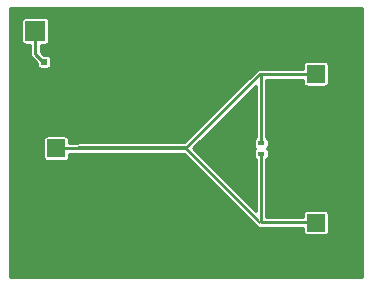
<source format=gtl>
G04 #@! TF.GenerationSoftware,KiCad,Pcbnew,(5.0.1)-4*
G04 #@! TF.CreationDate,2019-05-20T17:02:09-07:00*
G04 #@! TF.ProjectId,Fanout_circuit,46616E6F75745F636972637569742E6B,rev?*
G04 #@! TF.SameCoordinates,Original*
G04 #@! TF.FileFunction,Copper,L1,Top,Signal*
G04 #@! TF.FilePolarity,Positive*
%FSLAX46Y46*%
G04 Gerber Fmt 4.6, Leading zero omitted, Abs format (unit mm)*
G04 Created by KiCad (PCBNEW (5.0.1)-4) date 5/20/2019 5:02:09 PM*
%MOMM*%
%LPD*%
G01*
G04 APERTURE LIST*
G04 #@! TA.AperFunction,SMDPad,CuDef*
%ADD10C,0.300000*%
G04 #@! TD*
G04 #@! TA.AperFunction,Conductor*
%ADD11C,0.200000*%
G04 #@! TD*
G04 #@! TA.AperFunction,SMDPad,CuDef*
%ADD12R,0.300000X0.290000*%
G04 #@! TD*
G04 #@! TA.AperFunction,SMDPad,CuDef*
%ADD13R,0.300000X0.345000*%
G04 #@! TD*
G04 #@! TA.AperFunction,ComponentPad*
%ADD14O,1.700000X1.700000*%
G04 #@! TD*
G04 #@! TA.AperFunction,ComponentPad*
%ADD15R,1.700000X1.700000*%
G04 #@! TD*
G04 #@! TA.AperFunction,SMDPad,CuDef*
%ADD16R,1.900000X1.900000*%
G04 #@! TD*
G04 #@! TA.AperFunction,SMDPad,CuDef*
%ADD17R,1.500000X1.500000*%
G04 #@! TD*
G04 #@! TA.AperFunction,SMDPad,CuDef*
%ADD18R,0.600000X0.400000*%
G04 #@! TD*
G04 #@! TA.AperFunction,SMDPad,CuDef*
%ADD19R,0.600000X0.500000*%
G04 #@! TD*
G04 #@! TA.AperFunction,ViaPad*
%ADD20C,0.800000*%
G04 #@! TD*
G04 #@! TA.AperFunction,Conductor*
%ADD21C,0.267000*%
G04 #@! TD*
G04 #@! TA.AperFunction,Conductor*
%ADD22C,0.254000*%
G04 #@! TD*
G04 APERTURE END LIST*
D10*
G04 #@! TO.P,J1,1*
G04 #@! TO.N,/LO*
X130000000Y-84000000D03*
D11*
G04 #@! TD*
G04 #@! TO.N,/LO*
G04 #@! TO.C,J1*
G36*
X136240000Y-77880000D02*
X130150000Y-83994979D01*
X130150000Y-84005021D01*
X136240000Y-90120000D01*
X136240000Y-90410000D01*
X130000000Y-84172500D01*
X121180000Y-84172500D01*
X121180000Y-83827500D01*
X130000000Y-83827500D01*
X136240000Y-77590000D01*
X136240000Y-77880000D01*
X136240000Y-77880000D01*
G37*
D12*
G04 #@! TO.P,J1,1*
G04 #@! TO.N,/LO*
X136390000Y-77735000D03*
X136390000Y-90265000D03*
D13*
X121050000Y-84000000D03*
G04 #@! TD*
D14*
G04 #@! TO.P,J3,2*
G04 #@! TO.N,GND*
X119790000Y-74050000D03*
D15*
G04 #@! TO.P,J3,1*
G04 #@! TO.N,+5V*
X117250000Y-74050000D03*
G04 #@! TD*
D16*
G04 #@! TO.P,CON2,2*
G04 #@! TO.N,GND*
X143375000Y-87925000D03*
X143375000Y-92675000D03*
X138625000Y-92675000D03*
X138625000Y-87925000D03*
D17*
G04 #@! TO.P,CON2,1*
G04 #@! TO.N,/LO*
X141000000Y-90300000D03*
G04 #@! TD*
D16*
G04 #@! TO.P,CON1,2*
G04 #@! TO.N,GND*
X121375000Y-81625000D03*
X121375000Y-86375000D03*
X116625000Y-86375000D03*
X116625000Y-81625000D03*
D17*
G04 #@! TO.P,CON1,1*
G04 #@! TO.N,/LO*
X119000000Y-84000000D03*
G04 #@! TD*
G04 #@! TO.P,CON3,1*
G04 #@! TO.N,/LO*
X141000000Y-77700000D03*
D16*
G04 #@! TO.P,CON3,2*
G04 #@! TO.N,GND*
X138625000Y-75325000D03*
X138625000Y-80075000D03*
X143375000Y-80075000D03*
X143375000Y-75325000D03*
G04 #@! TD*
D18*
G04 #@! TO.P,R1,2*
G04 #@! TO.N,/LO*
X136350000Y-83550000D03*
G04 #@! TO.P,R1,1*
X136350000Y-84450000D03*
G04 #@! TD*
D19*
G04 #@! TO.P,C1,2*
G04 #@! TO.N,GND*
X118975000Y-76675000D03*
G04 #@! TO.P,C1,1*
G04 #@! TO.N,+5V*
X117975000Y-76675000D03*
G04 #@! TD*
D20*
G04 #@! TO.N,GND*
X140950000Y-87950000D03*
X143375000Y-90125000D03*
X141025000Y-92625000D03*
X136550000Y-91525000D03*
X134925000Y-90725000D03*
X133975000Y-89675000D03*
X132925000Y-88650000D03*
X131925000Y-87625000D03*
X130775000Y-86475000D03*
X129750000Y-85350000D03*
X128400000Y-85175000D03*
X126825000Y-85175000D03*
X125275000Y-85150000D03*
X123800000Y-85150000D03*
X123300000Y-86400000D03*
X123250000Y-81625000D03*
X123775000Y-82750000D03*
X125250000Y-82800000D03*
X126800000Y-82825000D03*
X128300000Y-82825000D03*
X129650000Y-82800000D03*
X130775000Y-81675000D03*
X131625000Y-80775000D03*
X132575000Y-79825000D03*
X133550000Y-78850000D03*
X134550000Y-77900000D03*
X135500000Y-76875000D03*
X136825000Y-76625000D03*
X140975000Y-75400000D03*
X143350000Y-77825000D03*
X141000000Y-80050000D03*
X137200000Y-78650000D03*
X135450000Y-80100000D03*
X134400000Y-81200000D03*
X133275000Y-82325000D03*
X131650000Y-83975000D03*
X132850000Y-85200000D03*
X134075000Y-86450000D03*
X135450000Y-87950000D03*
X134775000Y-83900000D03*
X135325000Y-82225000D03*
X135225000Y-85525000D03*
X137150000Y-89425000D03*
X138625000Y-85300000D03*
X138625000Y-82625000D03*
X141000000Y-82525000D03*
X143250000Y-82575000D03*
X141000000Y-85300000D03*
X143300000Y-85350000D03*
X118975000Y-81725000D03*
X116575000Y-84125000D03*
X119025000Y-86325000D03*
X116600000Y-88500000D03*
X119175000Y-88525000D03*
X121425000Y-88450000D03*
X124500000Y-88500000D03*
X127950000Y-88500000D03*
X130675000Y-88525000D03*
X130825000Y-90875000D03*
X127750000Y-90725000D03*
X124575000Y-90675000D03*
X121475000Y-90850000D03*
X118850000Y-90650000D03*
X116575000Y-90675000D03*
X116550000Y-93350000D03*
X119025000Y-93325000D03*
X122025000Y-93325000D03*
X125250000Y-93325000D03*
X128175000Y-93250000D03*
X131350000Y-93325000D03*
X134875000Y-93325000D03*
X116575000Y-79375000D03*
X118975000Y-79425000D03*
X121625000Y-79475000D03*
X121600000Y-77300000D03*
X124850000Y-77300000D03*
X124925000Y-80300000D03*
X129150000Y-80425000D03*
X129050000Y-77475000D03*
X132225000Y-77675000D03*
X138575000Y-73100000D03*
X140975000Y-73075000D03*
X143350000Y-73075000D03*
X135600000Y-73125000D03*
X122650000Y-73250000D03*
G04 #@! TD*
D21*
G04 #@! TO.N,GND*
X138625000Y-87925000D02*
X140925000Y-87925000D01*
X140925000Y-87925000D02*
X140950000Y-87950000D01*
X140975000Y-87925000D02*
X140950000Y-87950000D01*
X143375000Y-87925000D02*
X140975000Y-87925000D01*
X143375000Y-87925000D02*
X143375000Y-90125000D01*
X143375000Y-92675000D02*
X143375000Y-90125000D01*
X143375000Y-92675000D02*
X141075000Y-92675000D01*
X141075000Y-92675000D02*
X141025000Y-92625000D01*
X140975000Y-92675000D02*
X141025000Y-92625000D01*
X138625000Y-92675000D02*
X140975000Y-92675000D01*
X136550000Y-91817000D02*
X136550000Y-91525000D01*
X138625000Y-92675000D02*
X137408000Y-92675000D01*
X137408000Y-92675000D02*
X136550000Y-91817000D01*
X134925000Y-90725000D02*
X134925000Y-90625000D01*
X134925000Y-90625000D02*
X133975000Y-89675000D01*
X132925000Y-88650000D02*
X132925000Y-88625000D01*
X132925000Y-88625000D02*
X131925000Y-87625000D01*
X130775000Y-86475000D02*
X130775000Y-86375000D01*
X130775000Y-86375000D02*
X129750000Y-85350000D01*
X128400000Y-85175000D02*
X126825000Y-85175000D01*
X125275000Y-85150000D02*
X123800000Y-85150000D01*
X121375000Y-86375000D02*
X123275000Y-86375000D01*
X123275000Y-86375000D02*
X123300000Y-86400000D01*
X121375000Y-81625000D02*
X123250000Y-81625000D01*
X123775000Y-82750000D02*
X125200000Y-82750000D01*
X125200000Y-82750000D02*
X125250000Y-82800000D01*
X126800000Y-82825000D02*
X128300000Y-82825000D01*
X129650000Y-82800000D02*
X130775000Y-81675000D01*
X131625000Y-80775000D02*
X132575000Y-79825000D01*
X133550000Y-78850000D02*
X133600000Y-78850000D01*
X133600000Y-78850000D02*
X134550000Y-77900000D01*
X135500000Y-76875000D02*
X136575000Y-76875000D01*
X136575000Y-76875000D02*
X136825000Y-76625000D01*
X137390685Y-76625000D02*
X136825000Y-76625000D01*
X138542000Y-76625000D02*
X137390685Y-76625000D01*
X138625000Y-76542000D02*
X138542000Y-76625000D01*
X138625000Y-75325000D02*
X138625000Y-76542000D01*
X138625000Y-75325000D02*
X140900000Y-75325000D01*
X140900000Y-75325000D02*
X140975000Y-75400000D01*
X141050000Y-75325000D02*
X140975000Y-75400000D01*
X143375000Y-75325000D02*
X141050000Y-75325000D01*
X143375000Y-80075000D02*
X143375000Y-77850000D01*
X143375000Y-77850000D02*
X143350000Y-77825000D01*
X143375000Y-77800000D02*
X143350000Y-77825000D01*
X143375000Y-75325000D02*
X143375000Y-77800000D01*
X143375000Y-80075000D02*
X141025000Y-80075000D01*
X141025000Y-80075000D02*
X141000000Y-80050000D01*
X140975000Y-80075000D02*
X141000000Y-80050000D01*
X138625000Y-80075000D02*
X140975000Y-80075000D01*
X138417000Y-78650000D02*
X137200000Y-78650000D01*
X138625000Y-80075000D02*
X138625000Y-78858000D01*
X138625000Y-78858000D02*
X138417000Y-78650000D01*
X135450000Y-80100000D02*
X135450000Y-80150000D01*
X135450000Y-80150000D02*
X134400000Y-81200000D01*
X133275000Y-82325000D02*
X133275000Y-82350000D01*
X133275000Y-82350000D02*
X131650000Y-83975000D01*
X132850000Y-85200000D02*
X132850000Y-85225000D01*
X132850000Y-85225000D02*
X134075000Y-86450000D01*
X131650000Y-83975000D02*
X134700000Y-83975000D01*
X134700000Y-83975000D02*
X134775000Y-83900000D01*
X134775000Y-83900000D02*
X134775000Y-85075000D01*
X134775000Y-85075000D02*
X135225000Y-85525000D01*
X138342000Y-89425000D02*
X137150000Y-89425000D01*
X138625000Y-87925000D02*
X138625000Y-89142000D01*
X138625000Y-89142000D02*
X138342000Y-89425000D01*
X138625000Y-87925000D02*
X138625000Y-85300000D01*
X138625000Y-82625000D02*
X138625000Y-80075000D01*
X138625000Y-82625000D02*
X140900000Y-82625000D01*
X140900000Y-82625000D02*
X141000000Y-82525000D01*
X138625000Y-85300000D02*
X141000000Y-85300000D01*
X121375000Y-81625000D02*
X119075000Y-81625000D01*
X119075000Y-81625000D02*
X118975000Y-81725000D01*
X118875000Y-81625000D02*
X118975000Y-81725000D01*
X116625000Y-81625000D02*
X118875000Y-81625000D01*
X116625000Y-86375000D02*
X116625000Y-84175000D01*
X116625000Y-84175000D02*
X116575000Y-84125000D01*
X116625000Y-84075000D02*
X116575000Y-84125000D01*
X116625000Y-81625000D02*
X116625000Y-84075000D01*
X116625000Y-86375000D02*
X118975000Y-86375000D01*
X118975000Y-86375000D02*
X119025000Y-86325000D01*
X119075000Y-86375000D02*
X119025000Y-86325000D01*
X121375000Y-86375000D02*
X119075000Y-86375000D01*
X116625000Y-86375000D02*
X116625000Y-88475000D01*
X116625000Y-88475000D02*
X116600000Y-88500000D01*
X119175000Y-88525000D02*
X121350000Y-88525000D01*
X121350000Y-88525000D02*
X121425000Y-88450000D01*
X124500000Y-88500000D02*
X127950000Y-88500000D01*
X130675000Y-88525000D02*
X130675000Y-90725000D01*
X130675000Y-90725000D02*
X130825000Y-90875000D01*
X127750000Y-90725000D02*
X124625000Y-90725000D01*
X124625000Y-90725000D02*
X124575000Y-90675000D01*
X121475000Y-90850000D02*
X119050000Y-90850000D01*
X119050000Y-90850000D02*
X118850000Y-90650000D01*
X116575000Y-90675000D02*
X116575000Y-93325000D01*
X116575000Y-93325000D02*
X116550000Y-93350000D01*
X119025000Y-93325000D02*
X122025000Y-93325000D01*
X125250000Y-93325000D02*
X128100000Y-93325000D01*
X128100000Y-93325000D02*
X128175000Y-93250000D01*
X131350000Y-93325000D02*
X134875000Y-93325000D01*
X116625000Y-81625000D02*
X116625000Y-79425000D01*
X116625000Y-79425000D02*
X116575000Y-79375000D01*
X118975000Y-79425000D02*
X121575000Y-79425000D01*
X121575000Y-79425000D02*
X121625000Y-79475000D01*
X121600000Y-77300000D02*
X124850000Y-77300000D01*
X124925000Y-80300000D02*
X129025000Y-80300000D01*
X129025000Y-80300000D02*
X129150000Y-80425000D01*
X119865000Y-74125000D02*
X119790000Y-74050000D01*
X129050000Y-77475000D02*
X132025000Y-77475000D01*
X132025000Y-77475000D02*
X132225000Y-77675000D01*
X138625000Y-75325000D02*
X138625000Y-73150000D01*
X138625000Y-73150000D02*
X138575000Y-73100000D01*
X140975000Y-73075000D02*
X143350000Y-73075000D01*
X119790000Y-74050000D02*
X121850000Y-74050000D01*
X121850000Y-74050000D02*
X122650000Y-73250000D01*
X119790000Y-75252081D02*
X119790000Y-74050000D01*
X119790000Y-76427000D02*
X119790000Y-75252081D01*
X119542000Y-76675000D02*
X119790000Y-76427000D01*
X118975000Y-76675000D02*
X119542000Y-76675000D01*
G04 #@! TO.N,/LO*
X119000000Y-84000000D02*
X121050000Y-84000000D01*
X140965000Y-90265000D02*
X141000000Y-90300000D01*
X136390000Y-90265000D02*
X140965000Y-90265000D01*
X140965000Y-77735000D02*
X141000000Y-77700000D01*
X136390000Y-77735000D02*
X140965000Y-77735000D01*
X136350000Y-77775000D02*
X136390000Y-77735000D01*
X136350000Y-83550000D02*
X136350000Y-77775000D01*
X136350000Y-90225000D02*
X136390000Y-90265000D01*
X136350000Y-84450000D02*
X136350000Y-90225000D01*
G04 #@! TO.N,+5V*
X117250000Y-75167000D02*
X117250000Y-74050000D01*
X117250000Y-76000000D02*
X117250000Y-75167000D01*
X117925000Y-76675000D02*
X117250000Y-76000000D01*
X117975000Y-76675000D02*
X117925000Y-76675000D01*
G04 #@! TD*
D22*
G04 #@! TO.N,GND*
G36*
X144873000Y-94873000D02*
X115127000Y-94873000D01*
X115127000Y-83250000D01*
X117916594Y-83250000D01*
X117916594Y-84750000D01*
X117941973Y-84877589D01*
X118014246Y-84985754D01*
X118122411Y-85058027D01*
X118250000Y-85083406D01*
X119750000Y-85083406D01*
X119877589Y-85058027D01*
X119985754Y-84985754D01*
X120058027Y-84877589D01*
X120083406Y-84750000D01*
X120083406Y-84460500D01*
X120742438Y-84460500D01*
X120772411Y-84480527D01*
X120900000Y-84505906D01*
X129861938Y-84505906D01*
X136004244Y-90645751D01*
X136004246Y-90645754D01*
X136004249Y-90645756D01*
X136004294Y-90645801D01*
X136112411Y-90718027D01*
X136240000Y-90743406D01*
X136540000Y-90743406D01*
X136630020Y-90725500D01*
X139916594Y-90725500D01*
X139916594Y-91050000D01*
X139941973Y-91177589D01*
X140014246Y-91285754D01*
X140122411Y-91358027D01*
X140250000Y-91383406D01*
X141750000Y-91383406D01*
X141877589Y-91358027D01*
X141985754Y-91285754D01*
X142058027Y-91177589D01*
X142083406Y-91050000D01*
X142083406Y-89550000D01*
X142058027Y-89422411D01*
X141985754Y-89314246D01*
X141877589Y-89241973D01*
X141750000Y-89216594D01*
X140250000Y-89216594D01*
X140122411Y-89241973D01*
X140014246Y-89314246D01*
X139941973Y-89422411D01*
X139916594Y-89550000D01*
X139916594Y-89804500D01*
X136810500Y-89804500D01*
X136810500Y-84936037D01*
X136885754Y-84885754D01*
X136958027Y-84777589D01*
X136983406Y-84650000D01*
X136983406Y-84250000D01*
X136958027Y-84122411D01*
X136885754Y-84014246D01*
X136864433Y-84000000D01*
X136885754Y-83985754D01*
X136958027Y-83877589D01*
X136983406Y-83750000D01*
X136983406Y-83350000D01*
X136958027Y-83222411D01*
X136885754Y-83114246D01*
X136810500Y-83063963D01*
X136810500Y-78195500D01*
X139916594Y-78195500D01*
X139916594Y-78450000D01*
X139941973Y-78577589D01*
X140014246Y-78685754D01*
X140122411Y-78758027D01*
X140250000Y-78783406D01*
X141750000Y-78783406D01*
X141877589Y-78758027D01*
X141985754Y-78685754D01*
X142058027Y-78577589D01*
X142083406Y-78450000D01*
X142083406Y-76950000D01*
X142058027Y-76822411D01*
X141985754Y-76714246D01*
X141877589Y-76641973D01*
X141750000Y-76616594D01*
X140250000Y-76616594D01*
X140122411Y-76641973D01*
X140014246Y-76714246D01*
X139941973Y-76822411D01*
X139916594Y-76950000D01*
X139916594Y-77274500D01*
X136630020Y-77274500D01*
X136540000Y-77256594D01*
X136240000Y-77256594D01*
X136177074Y-77269111D01*
X136112473Y-77281947D01*
X136112444Y-77281966D01*
X136112411Y-77281973D01*
X136057494Y-77318667D01*
X136004294Y-77354199D01*
X136004249Y-77354244D01*
X136004246Y-77354246D01*
X136004244Y-77354249D01*
X129861938Y-83494094D01*
X120900000Y-83494094D01*
X120772411Y-83519473D01*
X120742438Y-83539500D01*
X120083406Y-83539500D01*
X120083406Y-83250000D01*
X120058027Y-83122411D01*
X119985754Y-83014246D01*
X119877589Y-82941973D01*
X119750000Y-82916594D01*
X118250000Y-82916594D01*
X118122411Y-82941973D01*
X118014246Y-83014246D01*
X117941973Y-83122411D01*
X117916594Y-83250000D01*
X115127000Y-83250000D01*
X115127000Y-73200000D01*
X116066594Y-73200000D01*
X116066594Y-74900000D01*
X116091973Y-75027589D01*
X116164246Y-75135754D01*
X116272411Y-75208027D01*
X116400000Y-75233406D01*
X116789501Y-75233406D01*
X116789500Y-75954652D01*
X116780480Y-76000000D01*
X116789500Y-76045348D01*
X116789500Y-76045351D01*
X116816219Y-76179677D01*
X116917999Y-76332001D01*
X116956448Y-76357692D01*
X117341594Y-76742839D01*
X117341594Y-76925000D01*
X117366973Y-77052589D01*
X117439246Y-77160754D01*
X117547411Y-77233027D01*
X117675000Y-77258406D01*
X118275000Y-77258406D01*
X118402589Y-77233027D01*
X118510754Y-77160754D01*
X118583027Y-77052589D01*
X118608406Y-76925000D01*
X118608406Y-76425000D01*
X118583027Y-76297411D01*
X118510754Y-76189246D01*
X118402589Y-76116973D01*
X118275000Y-76091594D01*
X117992839Y-76091594D01*
X117710500Y-75809256D01*
X117710500Y-75233406D01*
X118100000Y-75233406D01*
X118227589Y-75208027D01*
X118335754Y-75135754D01*
X118408027Y-75027589D01*
X118433406Y-74900000D01*
X118433406Y-73200000D01*
X118408027Y-73072411D01*
X118335754Y-72964246D01*
X118227589Y-72891973D01*
X118100000Y-72866594D01*
X116400000Y-72866594D01*
X116272411Y-72891973D01*
X116164246Y-72964246D01*
X116091973Y-73072411D01*
X116066594Y-73200000D01*
X115127000Y-73200000D01*
X115127000Y-72127000D01*
X144873000Y-72127000D01*
X144873000Y-94873000D01*
X144873000Y-94873000D01*
G37*
X144873000Y-94873000D02*
X115127000Y-94873000D01*
X115127000Y-83250000D01*
X117916594Y-83250000D01*
X117916594Y-84750000D01*
X117941973Y-84877589D01*
X118014246Y-84985754D01*
X118122411Y-85058027D01*
X118250000Y-85083406D01*
X119750000Y-85083406D01*
X119877589Y-85058027D01*
X119985754Y-84985754D01*
X120058027Y-84877589D01*
X120083406Y-84750000D01*
X120083406Y-84460500D01*
X120742438Y-84460500D01*
X120772411Y-84480527D01*
X120900000Y-84505906D01*
X129861938Y-84505906D01*
X136004244Y-90645751D01*
X136004246Y-90645754D01*
X136004249Y-90645756D01*
X136004294Y-90645801D01*
X136112411Y-90718027D01*
X136240000Y-90743406D01*
X136540000Y-90743406D01*
X136630020Y-90725500D01*
X139916594Y-90725500D01*
X139916594Y-91050000D01*
X139941973Y-91177589D01*
X140014246Y-91285754D01*
X140122411Y-91358027D01*
X140250000Y-91383406D01*
X141750000Y-91383406D01*
X141877589Y-91358027D01*
X141985754Y-91285754D01*
X142058027Y-91177589D01*
X142083406Y-91050000D01*
X142083406Y-89550000D01*
X142058027Y-89422411D01*
X141985754Y-89314246D01*
X141877589Y-89241973D01*
X141750000Y-89216594D01*
X140250000Y-89216594D01*
X140122411Y-89241973D01*
X140014246Y-89314246D01*
X139941973Y-89422411D01*
X139916594Y-89550000D01*
X139916594Y-89804500D01*
X136810500Y-89804500D01*
X136810500Y-84936037D01*
X136885754Y-84885754D01*
X136958027Y-84777589D01*
X136983406Y-84650000D01*
X136983406Y-84250000D01*
X136958027Y-84122411D01*
X136885754Y-84014246D01*
X136864433Y-84000000D01*
X136885754Y-83985754D01*
X136958027Y-83877589D01*
X136983406Y-83750000D01*
X136983406Y-83350000D01*
X136958027Y-83222411D01*
X136885754Y-83114246D01*
X136810500Y-83063963D01*
X136810500Y-78195500D01*
X139916594Y-78195500D01*
X139916594Y-78450000D01*
X139941973Y-78577589D01*
X140014246Y-78685754D01*
X140122411Y-78758027D01*
X140250000Y-78783406D01*
X141750000Y-78783406D01*
X141877589Y-78758027D01*
X141985754Y-78685754D01*
X142058027Y-78577589D01*
X142083406Y-78450000D01*
X142083406Y-76950000D01*
X142058027Y-76822411D01*
X141985754Y-76714246D01*
X141877589Y-76641973D01*
X141750000Y-76616594D01*
X140250000Y-76616594D01*
X140122411Y-76641973D01*
X140014246Y-76714246D01*
X139941973Y-76822411D01*
X139916594Y-76950000D01*
X139916594Y-77274500D01*
X136630020Y-77274500D01*
X136540000Y-77256594D01*
X136240000Y-77256594D01*
X136177074Y-77269111D01*
X136112473Y-77281947D01*
X136112444Y-77281966D01*
X136112411Y-77281973D01*
X136057494Y-77318667D01*
X136004294Y-77354199D01*
X136004249Y-77354244D01*
X136004246Y-77354246D01*
X136004244Y-77354249D01*
X129861938Y-83494094D01*
X120900000Y-83494094D01*
X120772411Y-83519473D01*
X120742438Y-83539500D01*
X120083406Y-83539500D01*
X120083406Y-83250000D01*
X120058027Y-83122411D01*
X119985754Y-83014246D01*
X119877589Y-82941973D01*
X119750000Y-82916594D01*
X118250000Y-82916594D01*
X118122411Y-82941973D01*
X118014246Y-83014246D01*
X117941973Y-83122411D01*
X117916594Y-83250000D01*
X115127000Y-83250000D01*
X115127000Y-73200000D01*
X116066594Y-73200000D01*
X116066594Y-74900000D01*
X116091973Y-75027589D01*
X116164246Y-75135754D01*
X116272411Y-75208027D01*
X116400000Y-75233406D01*
X116789501Y-75233406D01*
X116789500Y-75954652D01*
X116780480Y-76000000D01*
X116789500Y-76045348D01*
X116789500Y-76045351D01*
X116816219Y-76179677D01*
X116917999Y-76332001D01*
X116956448Y-76357692D01*
X117341594Y-76742839D01*
X117341594Y-76925000D01*
X117366973Y-77052589D01*
X117439246Y-77160754D01*
X117547411Y-77233027D01*
X117675000Y-77258406D01*
X118275000Y-77258406D01*
X118402589Y-77233027D01*
X118510754Y-77160754D01*
X118583027Y-77052589D01*
X118608406Y-76925000D01*
X118608406Y-76425000D01*
X118583027Y-76297411D01*
X118510754Y-76189246D01*
X118402589Y-76116973D01*
X118275000Y-76091594D01*
X117992839Y-76091594D01*
X117710500Y-75809256D01*
X117710500Y-75233406D01*
X118100000Y-75233406D01*
X118227589Y-75208027D01*
X118335754Y-75135754D01*
X118408027Y-75027589D01*
X118433406Y-74900000D01*
X118433406Y-73200000D01*
X118408027Y-73072411D01*
X118335754Y-72964246D01*
X118227589Y-72891973D01*
X118100000Y-72866594D01*
X116400000Y-72866594D01*
X116272411Y-72891973D01*
X116164246Y-72964246D01*
X116091973Y-73072411D01*
X116066594Y-73200000D01*
X115127000Y-73200000D01*
X115127000Y-72127000D01*
X144873000Y-72127000D01*
X144873000Y-94873000D01*
G36*
X135889500Y-83063963D02*
X135814246Y-83114246D01*
X135741973Y-83222411D01*
X135716594Y-83350000D01*
X135716594Y-83750000D01*
X135741973Y-83877589D01*
X135814246Y-83985754D01*
X135835567Y-84000000D01*
X135814246Y-84014246D01*
X135741973Y-84122411D01*
X135716594Y-84250000D01*
X135716594Y-84650000D01*
X135741973Y-84777589D01*
X135814246Y-84885754D01*
X135889500Y-84936037D01*
X135889501Y-89295587D01*
X130615545Y-84000000D01*
X135889501Y-78704413D01*
X135889500Y-83063963D01*
X135889500Y-83063963D01*
G37*
X135889500Y-83063963D02*
X135814246Y-83114246D01*
X135741973Y-83222411D01*
X135716594Y-83350000D01*
X135716594Y-83750000D01*
X135741973Y-83877589D01*
X135814246Y-83985754D01*
X135835567Y-84000000D01*
X135814246Y-84014246D01*
X135741973Y-84122411D01*
X135716594Y-84250000D01*
X135716594Y-84650000D01*
X135741973Y-84777589D01*
X135814246Y-84885754D01*
X135889500Y-84936037D01*
X135889501Y-89295587D01*
X130615545Y-84000000D01*
X135889501Y-78704413D01*
X135889500Y-83063963D01*
G04 #@! TD*
M02*

</source>
